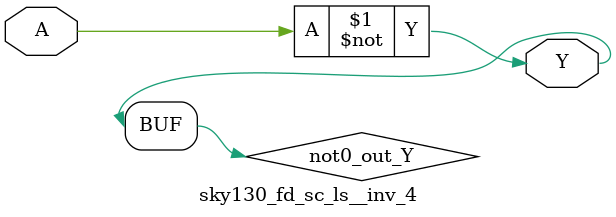
<source format=v>
/*
 * Copyright 2020 The SkyWater PDK Authors
 *
 * Licensed under the Apache License, Version 2.0 (the "License");
 * you may not use this file except in compliance with the License.
 * You may obtain a copy of the License at
 *
 *     https://www.apache.org/licenses/LICENSE-2.0
 *
 * Unless required by applicable law or agreed to in writing, software
 * distributed under the License is distributed on an "AS IS" BASIS,
 * WITHOUT WARRANTIES OR CONDITIONS OF ANY KIND, either express or implied.
 * See the License for the specific language governing permissions and
 * limitations under the License.
 *
 * SPDX-License-Identifier: Apache-2.0
*/


`ifndef SKY130_FD_SC_LS__INV_4_FUNCTIONAL_V
`define SKY130_FD_SC_LS__INV_4_FUNCTIONAL_V

/**
 * inv: Inverter.
 *
 * Verilog simulation functional model.
 */

`timescale 1ns / 1ps
`default_nettype none

`celldefine
module sky130_fd_sc_ls__inv_4 (
    Y,
    A
);

    // Module ports
    output Y;
    input  A;

    // Local signals
    wire not0_out_Y;

    //  Name  Output      Other arguments
    not not0 (not0_out_Y, A              );
    buf buf0 (Y         , not0_out_Y     );

endmodule
`endcelldefine

`default_nettype wire
`endif  // SKY130_FD_SC_LS__INV_4_FUNCTIONAL_V

</source>
